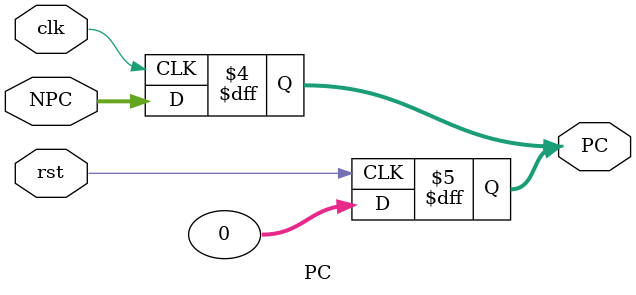
<source format=v>
module PC( clk, rst, 
            NPC, PC );

  input              clk;
  input              rst;
  input       [31:0] NPC;
  output reg  [31:0] PC;

initial
  PC <= 32'b0;

always @(posedge rst)
    PC <= 32'h0000_0000;

always @(posedge clk)
      PC <= NPC;
      
endmodule


</source>
